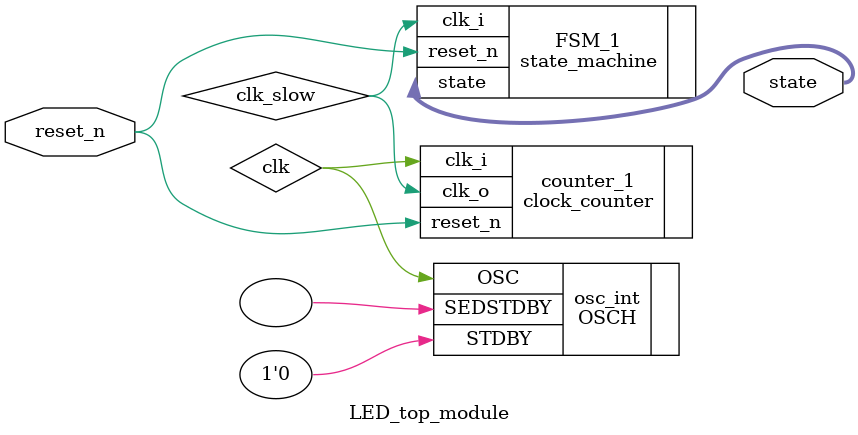
<source format=sv>
module LED_top_module( 
	/**************************/
	/* Set inputs and outputs */
	/* to the whole FPGA here */
	/**************************/
	input logic reset_n, //be sure to set this input to PullUp, or connect the pin to 3.3V
	
	output logic [2:0] state
	);
		/*******************************/
		/* Set internal variables here */
		/*******************************/
		logic clk;		//used for the oscillator's 2.08 MHz clock
		logic clk_slow;	//used for slowed down, 5 Hz clock
		
		
		/***********************/
		/* Define modules here */
		/***********************/
		//This is an instance of a special, built in module that accesses our chip's oscillator
		OSCH #("2.08") osc_int (	//"2.08" specifies the operating frequency, 2.08 MHz.
									//Other clock frequencies can be found in the MachX02's documentation
			.STDBY(1'b0),			//Specifies active state
			.OSC(clk),				//Outputs clock signal to 'clk' net
			.SEDSTDBY());			//Leaves SEDSTDBY pin unconnected
		
		
		//This module is instantiated from another file, 'Clock_Counter.sv'
		//It will take an input clock, slow it down based on parameters set inside of the module, and
		//output the new clock. Reset functionality is also built-in
		clock_counter counter_1(
			.clk_i(clk),
			.reset_n(reset_n),
			.clk_o(clk_slow));
			
		//This module is instantiated from another file, 'State_Machine.sv'
		//It contains a Moore state machine that will take a clock and reset, and output a state
		state_machine FSM_1(
			.clk_i(clk_slow),
			.reset_n(reset_n),
			.state(state));
			
		/************************************************/
		/* Add modules for:								*/
		/* Parser 		Determines the 1000's, 100's,   */
		/*				10's and 1's place of the number*/
		/* Multiplexer	Determines which parser output  */
		/*				to pass to the decoder			*/
		/* Decoder		Convert 4-bit binary to 7-seg   */
		/*				output for numbers 0-9			*/
		/************************************************/
endmodule

</source>
